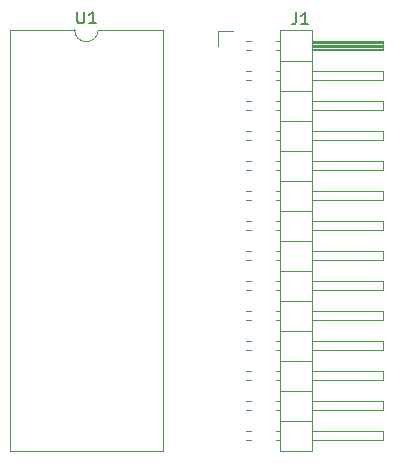
<source format=gbr>
%TF.GenerationSoftware,KiCad,Pcbnew,(5.99.0-7356-g63088e8bdb)*%
%TF.CreationDate,2020-12-15T21:09:30+08:00*%
%TF.ProjectId,AdapterROM,41646170-7465-4725-924f-4d2e6b696361,rev?*%
%TF.SameCoordinates,Original*%
%TF.FileFunction,Legend,Top*%
%TF.FilePolarity,Positive*%
%FSLAX46Y46*%
G04 Gerber Fmt 4.6, Leading zero omitted, Abs format (unit mm)*
G04 Created by KiCad (PCBNEW (5.99.0-7356-g63088e8bdb)) date 2020-12-15 21:09:30*
%MOMM*%
%LPD*%
G01*
G04 APERTURE LIST*
%ADD10C,0.150000*%
%ADD11C,0.120000*%
G04 APERTURE END LIST*
D10*
%TO.C,J1*%
X127241666Y-48236380D02*
X127241666Y-48950666D01*
X127194047Y-49093523D01*
X127098809Y-49188761D01*
X126955952Y-49236380D01*
X126860714Y-49236380D01*
X128241666Y-49236380D02*
X127670238Y-49236380D01*
X127955952Y-49236380D02*
X127955952Y-48236380D01*
X127860714Y-48379238D01*
X127765476Y-48474476D01*
X127670238Y-48522095D01*
%TO.C,U1*%
X108712095Y-48176380D02*
X108712095Y-48985904D01*
X108759714Y-49081142D01*
X108807333Y-49128761D01*
X108902571Y-49176380D01*
X109093047Y-49176380D01*
X109188285Y-49128761D01*
X109235904Y-49081142D01*
X109283523Y-48985904D01*
X109283523Y-48176380D01*
X110283523Y-49176380D02*
X109712095Y-49176380D01*
X109997809Y-49176380D02*
X109997809Y-48176380D01*
X109902571Y-48319238D01*
X109807333Y-48414476D01*
X109712095Y-48462095D01*
D11*
%TO.C,J1*%
X123030000Y-50674000D02*
X123417071Y-50674000D01*
X125502929Y-58294000D02*
X125900000Y-58294000D01*
X128560000Y-51094000D02*
X134560000Y-51094000D01*
X125900000Y-65024000D02*
X128560000Y-65024000D01*
X134560000Y-64134000D02*
X128560000Y-64134000D01*
X134560000Y-66674000D02*
X128560000Y-66674000D01*
X122962929Y-81154000D02*
X123417071Y-81154000D01*
X122962929Y-84454000D02*
X123417071Y-84454000D01*
X128560000Y-85404000D02*
X128560000Y-49724000D01*
X125502929Y-76834000D02*
X125900000Y-76834000D01*
X134560000Y-83694000D02*
X134560000Y-84454000D01*
X122962929Y-71754000D02*
X123417071Y-71754000D01*
X122962929Y-76834000D02*
X123417071Y-76834000D01*
X122962929Y-64134000D02*
X123417071Y-64134000D01*
X122962929Y-81914000D02*
X123417071Y-81914000D01*
X134560000Y-60834000D02*
X134560000Y-61594000D01*
X120650000Y-49784000D02*
X121920000Y-49784000D01*
X122962929Y-69214000D02*
X123417071Y-69214000D01*
X125900000Y-75184000D02*
X128560000Y-75184000D01*
X123030000Y-51434000D02*
X123417071Y-51434000D01*
X125502929Y-53214000D02*
X125900000Y-53214000D01*
X134560000Y-65914000D02*
X134560000Y-66674000D01*
X122962929Y-53214000D02*
X123417071Y-53214000D01*
X125502929Y-64134000D02*
X125900000Y-64134000D01*
X125502929Y-61594000D02*
X125900000Y-61594000D01*
X128560000Y-50974000D02*
X134560000Y-50974000D01*
X122962929Y-68454000D02*
X123417071Y-68454000D01*
X125502929Y-73534000D02*
X125900000Y-73534000D01*
X134560000Y-78614000D02*
X134560000Y-79374000D01*
X134560000Y-84454000D02*
X128560000Y-84454000D01*
X134560000Y-79374000D02*
X128560000Y-79374000D01*
X134560000Y-76074000D02*
X134560000Y-76834000D01*
X125900000Y-82804000D02*
X128560000Y-82804000D01*
X125900000Y-62484000D02*
X128560000Y-62484000D01*
X125900000Y-57404000D02*
X128560000Y-57404000D01*
X128560000Y-76074000D02*
X134560000Y-76074000D01*
X122962929Y-79374000D02*
X123417071Y-79374000D01*
X125502929Y-69214000D02*
X125900000Y-69214000D01*
X128560000Y-50734000D02*
X134560000Y-50734000D01*
X122962929Y-73534000D02*
X123417071Y-73534000D01*
X125502929Y-79374000D02*
X125900000Y-79374000D01*
X134560000Y-70994000D02*
X134560000Y-71754000D01*
X128560000Y-83694000D02*
X134560000Y-83694000D01*
X125502929Y-65914000D02*
X125900000Y-65914000D01*
X122962929Y-53974000D02*
X123417071Y-53974000D01*
X125502929Y-70994000D02*
X125900000Y-70994000D01*
X134560000Y-63374000D02*
X134560000Y-64134000D01*
X125502929Y-53974000D02*
X125900000Y-53974000D01*
X122962929Y-56514000D02*
X123417071Y-56514000D01*
X125502929Y-84454000D02*
X125900000Y-84454000D01*
X125900000Y-70104000D02*
X128560000Y-70104000D01*
X122962929Y-78614000D02*
X123417071Y-78614000D01*
X134560000Y-56514000D02*
X128560000Y-56514000D01*
X134560000Y-51434000D02*
X128560000Y-51434000D01*
X134560000Y-71754000D02*
X128560000Y-71754000D01*
X134560000Y-81914000D02*
X128560000Y-81914000D01*
X125502929Y-74294000D02*
X125900000Y-74294000D01*
X128560000Y-58294000D02*
X134560000Y-58294000D01*
X122962929Y-74294000D02*
X123417071Y-74294000D01*
X134560000Y-69214000D02*
X128560000Y-69214000D01*
X128560000Y-68454000D02*
X134560000Y-68454000D01*
X125502929Y-78614000D02*
X125900000Y-78614000D01*
X134560000Y-76834000D02*
X128560000Y-76834000D01*
X125502929Y-68454000D02*
X125900000Y-68454000D01*
X125502929Y-71754000D02*
X125900000Y-71754000D01*
X125502929Y-51434000D02*
X125900000Y-51434000D01*
X122962929Y-76074000D02*
X123417071Y-76074000D01*
X122962929Y-61594000D02*
X123417071Y-61594000D01*
X128560000Y-73534000D02*
X134560000Y-73534000D01*
X128560000Y-51214000D02*
X134560000Y-51214000D01*
X134560000Y-53214000D02*
X134560000Y-53974000D01*
X125502929Y-50674000D02*
X125900000Y-50674000D01*
X128560000Y-63374000D02*
X134560000Y-63374000D01*
X125502929Y-59054000D02*
X125900000Y-59054000D01*
X134560000Y-53974000D02*
X128560000Y-53974000D01*
X128560000Y-60834000D02*
X134560000Y-60834000D01*
X125900000Y-77724000D02*
X128560000Y-77724000D01*
X125900000Y-72644000D02*
X128560000Y-72644000D01*
X128560000Y-51334000D02*
X134560000Y-51334000D01*
X125900000Y-85404000D02*
X128560000Y-85404000D01*
X125900000Y-80264000D02*
X128560000Y-80264000D01*
X134560000Y-59054000D02*
X128560000Y-59054000D01*
X134560000Y-81154000D02*
X134560000Y-81914000D01*
X128560000Y-78614000D02*
X134560000Y-78614000D01*
X120650000Y-51054000D02*
X120650000Y-49784000D01*
X122962929Y-66674000D02*
X123417071Y-66674000D01*
X128560000Y-49724000D02*
X125900000Y-49724000D01*
X125502929Y-66674000D02*
X125900000Y-66674000D01*
X125502929Y-60834000D02*
X125900000Y-60834000D01*
X128560000Y-70994000D02*
X134560000Y-70994000D01*
X128560000Y-50854000D02*
X134560000Y-50854000D01*
X122962929Y-58294000D02*
X123417071Y-58294000D01*
X122962929Y-65914000D02*
X123417071Y-65914000D01*
X122962929Y-70994000D02*
X123417071Y-70994000D01*
X122962929Y-60834000D02*
X123417071Y-60834000D01*
X125900000Y-59944000D02*
X128560000Y-59944000D01*
X125502929Y-81914000D02*
X125900000Y-81914000D01*
X134560000Y-61594000D02*
X128560000Y-61594000D01*
X128560000Y-53214000D02*
X134560000Y-53214000D01*
X134560000Y-73534000D02*
X134560000Y-74294000D01*
X125502929Y-76074000D02*
X125900000Y-76074000D01*
X134560000Y-55754000D02*
X134560000Y-56514000D01*
X128560000Y-81154000D02*
X134560000Y-81154000D01*
X125502929Y-81154000D02*
X125900000Y-81154000D01*
X134560000Y-74294000D02*
X128560000Y-74294000D01*
X134560000Y-58294000D02*
X134560000Y-59054000D01*
X125900000Y-54864000D02*
X128560000Y-54864000D01*
X125900000Y-52324000D02*
X128560000Y-52324000D01*
X134560000Y-50674000D02*
X134560000Y-51434000D01*
X122962929Y-83694000D02*
X123417071Y-83694000D01*
X125502929Y-63374000D02*
X125900000Y-63374000D01*
X122962929Y-55754000D02*
X123417071Y-55754000D01*
X128560000Y-55754000D02*
X134560000Y-55754000D01*
X128560000Y-50674000D02*
X134560000Y-50674000D01*
X125502929Y-56514000D02*
X125900000Y-56514000D01*
X128560000Y-65914000D02*
X134560000Y-65914000D01*
X125900000Y-49724000D02*
X125900000Y-85404000D01*
X125502929Y-55754000D02*
X125900000Y-55754000D01*
X134560000Y-68454000D02*
X134560000Y-69214000D01*
X122962929Y-59054000D02*
X123417071Y-59054000D01*
X125502929Y-83694000D02*
X125900000Y-83694000D01*
X122962929Y-63374000D02*
X123417071Y-63374000D01*
X125900000Y-67564000D02*
X128560000Y-67564000D01*
%TO.C,U1*%
X115934000Y-49724000D02*
X110474000Y-49724000D01*
X103014000Y-85404000D02*
X115934000Y-85404000D01*
X103014000Y-49724000D02*
X103014000Y-85404000D01*
X108474000Y-49724000D02*
X103014000Y-49724000D01*
X115934000Y-85404000D02*
X115934000Y-49724000D01*
X110474000Y-49724000D02*
G75*
G02*
X108474000Y-49724000I-1000000J0D01*
G01*
%TD*%
M02*

</source>
